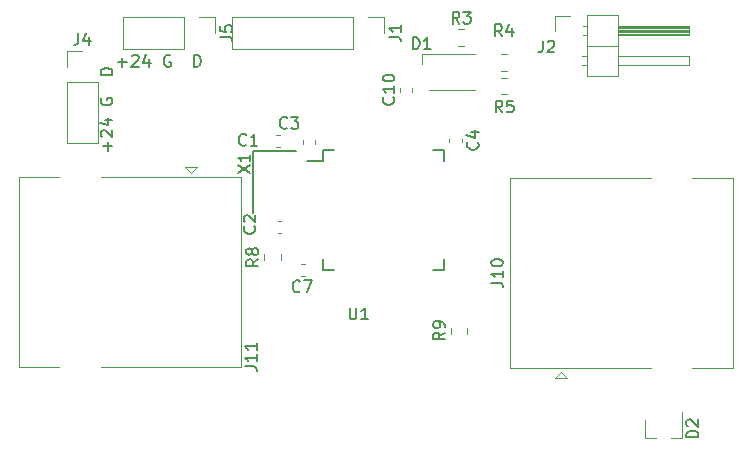
<source format=gbr>
G04 #@! TF.GenerationSoftware,KiCad,Pcbnew,(5.1.0)-1*
G04 #@! TF.CreationDate,2020-04-24T14:50:20+08:00*
G04 #@! TF.ProjectId,rs485_for_servo,72733438-355f-4666-9f72-5f736572766f,rev?*
G04 #@! TF.SameCoordinates,Original*
G04 #@! TF.FileFunction,Legend,Top*
G04 #@! TF.FilePolarity,Positive*
%FSLAX46Y46*%
G04 Gerber Fmt 4.6, Leading zero omitted, Abs format (unit mm)*
G04 Created by KiCad (PCBNEW (5.1.0)-1) date 2020-04-24 14:50:20*
%MOMM*%
%LPD*%
G04 APERTURE LIST*
%ADD10C,0.150000*%
%ADD11C,0.200000*%
%ADD12C,0.120000*%
G04 APERTURE END LIST*
D10*
X82571428Y-30676190D02*
X82571428Y-29914285D01*
X82952380Y-30295238D02*
X82190476Y-30295238D01*
X82047619Y-29485714D02*
X82000000Y-29438095D01*
X81952380Y-29342857D01*
X81952380Y-29104761D01*
X82000000Y-29009523D01*
X82047619Y-28961904D01*
X82142857Y-28914285D01*
X82238095Y-28914285D01*
X82380952Y-28961904D01*
X82952380Y-29533333D01*
X82952380Y-28914285D01*
X82285714Y-28057142D02*
X82952380Y-28057142D01*
X81904761Y-28295238D02*
X82619047Y-28533333D01*
X82619047Y-27914285D01*
X82000000Y-26247619D02*
X81952380Y-26342857D01*
X81952380Y-26485714D01*
X82000000Y-26628571D01*
X82095238Y-26723809D01*
X82190476Y-26771428D01*
X82380952Y-26819047D01*
X82523809Y-26819047D01*
X82714285Y-26771428D01*
X82809523Y-26723809D01*
X82904761Y-26628571D01*
X82952380Y-26485714D01*
X82952380Y-26390476D01*
X82904761Y-26247619D01*
X82857142Y-26200000D01*
X82523809Y-26200000D01*
X82523809Y-26390476D01*
X82952380Y-24247619D02*
X81952380Y-24247619D01*
X81952380Y-24009523D01*
X82000000Y-23866666D01*
X82095238Y-23771428D01*
X82190476Y-23723809D01*
X82380952Y-23676190D01*
X82523809Y-23676190D01*
X82714285Y-23723809D01*
X82809523Y-23771428D01*
X82904761Y-23866666D01*
X82952380Y-24009523D01*
X82952380Y-24247619D01*
X83423809Y-23171428D02*
X84185714Y-23171428D01*
X83804761Y-23552380D02*
X83804761Y-22790476D01*
X84614285Y-22647619D02*
X84661904Y-22600000D01*
X84757142Y-22552380D01*
X84995238Y-22552380D01*
X85090476Y-22600000D01*
X85138095Y-22647619D01*
X85185714Y-22742857D01*
X85185714Y-22838095D01*
X85138095Y-22980952D01*
X84566666Y-23552380D01*
X85185714Y-23552380D01*
X86042857Y-22885714D02*
X86042857Y-23552380D01*
X85804761Y-22504761D02*
X85566666Y-23219047D01*
X86185714Y-23219047D01*
X87852380Y-22600000D02*
X87757142Y-22552380D01*
X87614285Y-22552380D01*
X87471428Y-22600000D01*
X87376190Y-22695238D01*
X87328571Y-22790476D01*
X87280952Y-22980952D01*
X87280952Y-23123809D01*
X87328571Y-23314285D01*
X87376190Y-23409523D01*
X87471428Y-23504761D01*
X87614285Y-23552380D01*
X87709523Y-23552380D01*
X87852380Y-23504761D01*
X87900000Y-23457142D01*
X87900000Y-23123809D01*
X87709523Y-23123809D01*
X89852380Y-23552380D02*
X89852380Y-22552380D01*
X90090476Y-22552380D01*
X90233333Y-22600000D01*
X90328571Y-22695238D01*
X90376190Y-22790476D01*
X90423809Y-22980952D01*
X90423809Y-23123809D01*
X90376190Y-23314285D01*
X90328571Y-23409523D01*
X90233333Y-23504761D01*
X90090476Y-23552380D01*
X89852380Y-23552380D01*
D11*
X98528000Y-30666000D02*
X94828000Y-30666000D01*
X94828000Y-30666000D02*
X94828000Y-35966000D01*
X100790000Y-31540000D02*
X99450000Y-31540000D01*
X100790000Y-30590000D02*
X100790000Y-31540000D01*
X101740000Y-30590000D02*
X100790000Y-30590000D01*
X111010000Y-30590000D02*
X111010000Y-31540000D01*
X110060000Y-30590000D02*
X111010000Y-30590000D01*
X100790000Y-40810000D02*
X100790000Y-39860000D01*
X101740000Y-40810000D02*
X100790000Y-40810000D01*
X111010000Y-40810000D02*
X111010000Y-39860000D01*
X110060000Y-40810000D02*
X111010000Y-40810000D01*
D12*
X109750000Y-25500000D02*
X113650000Y-25500000D01*
X109199956Y-22500000D02*
X113650000Y-22500000D01*
X109200000Y-23300000D02*
X109200000Y-22500000D01*
X97162779Y-29320000D02*
X96837221Y-29320000D01*
X97162779Y-30340000D02*
X96837221Y-30340000D01*
X97262779Y-36590000D02*
X96937221Y-36590000D01*
X97262779Y-37610000D02*
X96937221Y-37610000D01*
X105930000Y-19370000D02*
X105930000Y-20700000D01*
X104600000Y-19370000D02*
X105930000Y-19370000D01*
X103330000Y-19370000D02*
X103330000Y-22030000D01*
X103330000Y-22030000D02*
X93110000Y-22030000D01*
X103330000Y-19370000D02*
X93110000Y-19370000D01*
X93110000Y-19370000D02*
X93110000Y-22030000D01*
X120430000Y-19230000D02*
X121700000Y-19230000D01*
X120430000Y-20500000D02*
X120430000Y-19230000D01*
X122742929Y-23420000D02*
X123140000Y-23420000D01*
X122742929Y-22660000D02*
X123140000Y-22660000D01*
X131800000Y-23420000D02*
X125800000Y-23420000D01*
X131800000Y-22660000D02*
X131800000Y-23420000D01*
X125800000Y-22660000D02*
X131800000Y-22660000D01*
X123140000Y-21770000D02*
X125800000Y-21770000D01*
X122810000Y-20880000D02*
X123140000Y-20880000D01*
X122810000Y-20120000D02*
X123140000Y-20120000D01*
X125800000Y-20780000D02*
X131800000Y-20780000D01*
X125800000Y-20660000D02*
X131800000Y-20660000D01*
X125800000Y-20540000D02*
X131800000Y-20540000D01*
X125800000Y-20420000D02*
X131800000Y-20420000D01*
X125800000Y-20300000D02*
X131800000Y-20300000D01*
X125800000Y-20180000D02*
X131800000Y-20180000D01*
X131800000Y-20880000D02*
X125800000Y-20880000D01*
X131800000Y-20120000D02*
X131800000Y-20880000D01*
X125800000Y-20120000D02*
X131800000Y-20120000D01*
X125800000Y-19170000D02*
X123140000Y-19170000D01*
X125800000Y-24370000D02*
X125800000Y-19170000D01*
X123140000Y-24370000D02*
X125800000Y-24370000D01*
X123140000Y-19170000D02*
X123140000Y-24370000D01*
X112241422Y-21810000D02*
X112758578Y-21810000D01*
X112241422Y-20390000D02*
X112758578Y-20390000D01*
X115841422Y-23910000D02*
X116358578Y-23910000D01*
X115841422Y-22490000D02*
X116358578Y-22490000D01*
X115841422Y-25910000D02*
X116358578Y-25910000D01*
X115841422Y-24490000D02*
X116358578Y-24490000D01*
X97210000Y-39958578D02*
X97210000Y-39441422D01*
X95790000Y-39958578D02*
X95790000Y-39441422D01*
X128020000Y-54960000D02*
X128020000Y-53500000D01*
X131180000Y-54960000D02*
X131180000Y-52800000D01*
X131180000Y-54960000D02*
X130250000Y-54960000D01*
X128020000Y-54960000D02*
X128950000Y-54960000D01*
X132054000Y-49031000D02*
X135494000Y-49031000D01*
X121412000Y-49907000D02*
X120904000Y-49399000D01*
X120396000Y-49907000D02*
X121412000Y-49907000D01*
X120904000Y-49399000D02*
X120396000Y-49907000D01*
X132054000Y-33011000D02*
X135494000Y-33011000D01*
X135494000Y-33011000D02*
X135494000Y-49031000D01*
X116624000Y-49031000D02*
X128554000Y-49031000D01*
X116624000Y-33011000D02*
X116624000Y-49031000D01*
X116624000Y-33011000D02*
X128554000Y-33011000D01*
X113010000Y-46161252D02*
X113010000Y-45638748D01*
X111590000Y-46161252D02*
X111590000Y-45638748D01*
X100110000Y-30062779D02*
X100110000Y-29737221D01*
X99090000Y-30062779D02*
X99090000Y-29737221D01*
X111490000Y-29637221D02*
X111490000Y-29962779D01*
X112510000Y-29637221D02*
X112510000Y-29962779D01*
X98937221Y-41310000D02*
X99262779Y-41310000D01*
X98937221Y-40290000D02*
X99262779Y-40290000D01*
X78450000Y-32935000D02*
X75010000Y-32935000D01*
X89092000Y-32059000D02*
X89600000Y-32567000D01*
X90108000Y-32059000D02*
X89092000Y-32059000D01*
X89600000Y-32567000D02*
X90108000Y-32059000D01*
X78450000Y-48955000D02*
X75010000Y-48955000D01*
X75010000Y-48955000D02*
X75010000Y-32935000D01*
X93880000Y-32935000D02*
X81950000Y-32935000D01*
X93880000Y-48955000D02*
X93880000Y-32935000D01*
X93880000Y-48955000D02*
X81950000Y-48955000D01*
X108310000Y-25671267D02*
X108310000Y-25328733D01*
X107290000Y-25671267D02*
X107290000Y-25328733D01*
X79070000Y-22270000D02*
X80400000Y-22270000D01*
X79070000Y-23600000D02*
X79070000Y-22270000D01*
X79070000Y-24870000D02*
X81730000Y-24870000D01*
X81730000Y-24870000D02*
X81730000Y-30010000D01*
X79070000Y-24870000D02*
X79070000Y-30010000D01*
X79070000Y-30010000D02*
X81730000Y-30010000D01*
X91630000Y-19370000D02*
X91630000Y-20700000D01*
X90300000Y-19370000D02*
X91630000Y-19370000D01*
X89030000Y-19370000D02*
X89030000Y-22030000D01*
X89030000Y-22030000D02*
X83890000Y-22030000D01*
X89030000Y-19370000D02*
X83890000Y-19370000D01*
X83890000Y-19370000D02*
X83890000Y-22030000D01*
D10*
X93582380Y-32569523D02*
X94582380Y-31902857D01*
X93582380Y-31902857D02*
X94582380Y-32569523D01*
X94582380Y-30998095D02*
X94582380Y-31569523D01*
X94582380Y-31283809D02*
X93582380Y-31283809D01*
X93725238Y-31379047D01*
X93820476Y-31474285D01*
X93868095Y-31569523D01*
X103038095Y-43952380D02*
X103038095Y-44761904D01*
X103085714Y-44857142D01*
X103133333Y-44904761D01*
X103228571Y-44952380D01*
X103419047Y-44952380D01*
X103514285Y-44904761D01*
X103561904Y-44857142D01*
X103609523Y-44761904D01*
X103609523Y-43952380D01*
X104609523Y-44952380D02*
X104038095Y-44952380D01*
X104323809Y-44952380D02*
X104323809Y-43952380D01*
X104228571Y-44095238D01*
X104133333Y-44190476D01*
X104038095Y-44238095D01*
X108381904Y-22082380D02*
X108381904Y-21082380D01*
X108620000Y-21082380D01*
X108762857Y-21130000D01*
X108858095Y-21225238D01*
X108905714Y-21320476D01*
X108953333Y-21510952D01*
X108953333Y-21653809D01*
X108905714Y-21844285D01*
X108858095Y-21939523D01*
X108762857Y-22034761D01*
X108620000Y-22082380D01*
X108381904Y-22082380D01*
X109905714Y-22082380D02*
X109334285Y-22082380D01*
X109620000Y-22082380D02*
X109620000Y-21082380D01*
X109524761Y-21225238D01*
X109429523Y-21320476D01*
X109334285Y-21368095D01*
X94273333Y-30147142D02*
X94225714Y-30194761D01*
X94082857Y-30242380D01*
X93987619Y-30242380D01*
X93844761Y-30194761D01*
X93749523Y-30099523D01*
X93701904Y-30004285D01*
X93654285Y-29813809D01*
X93654285Y-29670952D01*
X93701904Y-29480476D01*
X93749523Y-29385238D01*
X93844761Y-29290000D01*
X93987619Y-29242380D01*
X94082857Y-29242380D01*
X94225714Y-29290000D01*
X94273333Y-29337619D01*
X95225714Y-30242380D02*
X94654285Y-30242380D01*
X94940000Y-30242380D02*
X94940000Y-29242380D01*
X94844761Y-29385238D01*
X94749523Y-29480476D01*
X94654285Y-29528095D01*
X94957142Y-37066666D02*
X95004761Y-37114285D01*
X95052380Y-37257142D01*
X95052380Y-37352380D01*
X95004761Y-37495238D01*
X94909523Y-37590476D01*
X94814285Y-37638095D01*
X94623809Y-37685714D01*
X94480952Y-37685714D01*
X94290476Y-37638095D01*
X94195238Y-37590476D01*
X94100000Y-37495238D01*
X94052380Y-37352380D01*
X94052380Y-37257142D01*
X94100000Y-37114285D01*
X94147619Y-37066666D01*
X94147619Y-36685714D02*
X94100000Y-36638095D01*
X94052380Y-36542857D01*
X94052380Y-36304761D01*
X94100000Y-36209523D01*
X94147619Y-36161904D01*
X94242857Y-36114285D01*
X94338095Y-36114285D01*
X94480952Y-36161904D01*
X95052380Y-36733333D01*
X95052380Y-36114285D01*
X106382380Y-21033333D02*
X107096666Y-21033333D01*
X107239523Y-21080952D01*
X107334761Y-21176190D01*
X107382380Y-21319047D01*
X107382380Y-21414285D01*
X107382380Y-20033333D02*
X107382380Y-20604761D01*
X107382380Y-20319047D02*
X106382380Y-20319047D01*
X106525238Y-20414285D01*
X106620476Y-20509523D01*
X106668095Y-20604761D01*
X119366666Y-21352380D02*
X119366666Y-22066666D01*
X119319047Y-22209523D01*
X119223809Y-22304761D01*
X119080952Y-22352380D01*
X118985714Y-22352380D01*
X119795238Y-21447619D02*
X119842857Y-21400000D01*
X119938095Y-21352380D01*
X120176190Y-21352380D01*
X120271428Y-21400000D01*
X120319047Y-21447619D01*
X120366666Y-21542857D01*
X120366666Y-21638095D01*
X120319047Y-21780952D01*
X119747619Y-22352380D01*
X120366666Y-22352380D01*
X112333333Y-19902380D02*
X112000000Y-19426190D01*
X111761904Y-19902380D02*
X111761904Y-18902380D01*
X112142857Y-18902380D01*
X112238095Y-18950000D01*
X112285714Y-18997619D01*
X112333333Y-19092857D01*
X112333333Y-19235714D01*
X112285714Y-19330952D01*
X112238095Y-19378571D01*
X112142857Y-19426190D01*
X111761904Y-19426190D01*
X112666666Y-18902380D02*
X113285714Y-18902380D01*
X112952380Y-19283333D01*
X113095238Y-19283333D01*
X113190476Y-19330952D01*
X113238095Y-19378571D01*
X113285714Y-19473809D01*
X113285714Y-19711904D01*
X113238095Y-19807142D01*
X113190476Y-19854761D01*
X113095238Y-19902380D01*
X112809523Y-19902380D01*
X112714285Y-19854761D01*
X112666666Y-19807142D01*
X115923333Y-20982380D02*
X115590000Y-20506190D01*
X115351904Y-20982380D02*
X115351904Y-19982380D01*
X115732857Y-19982380D01*
X115828095Y-20030000D01*
X115875714Y-20077619D01*
X115923333Y-20172857D01*
X115923333Y-20315714D01*
X115875714Y-20410952D01*
X115828095Y-20458571D01*
X115732857Y-20506190D01*
X115351904Y-20506190D01*
X116780476Y-20315714D02*
X116780476Y-20982380D01*
X116542380Y-19934761D02*
X116304285Y-20649047D01*
X116923333Y-20649047D01*
X115963333Y-27422380D02*
X115630000Y-26946190D01*
X115391904Y-27422380D02*
X115391904Y-26422380D01*
X115772857Y-26422380D01*
X115868095Y-26470000D01*
X115915714Y-26517619D01*
X115963333Y-26612857D01*
X115963333Y-26755714D01*
X115915714Y-26850952D01*
X115868095Y-26898571D01*
X115772857Y-26946190D01*
X115391904Y-26946190D01*
X116868095Y-26422380D02*
X116391904Y-26422380D01*
X116344285Y-26898571D01*
X116391904Y-26850952D01*
X116487142Y-26803333D01*
X116725238Y-26803333D01*
X116820476Y-26850952D01*
X116868095Y-26898571D01*
X116915714Y-26993809D01*
X116915714Y-27231904D01*
X116868095Y-27327142D01*
X116820476Y-27374761D01*
X116725238Y-27422380D01*
X116487142Y-27422380D01*
X116391904Y-27374761D01*
X116344285Y-27327142D01*
X95302380Y-39866666D02*
X94826190Y-40200000D01*
X95302380Y-40438095D02*
X94302380Y-40438095D01*
X94302380Y-40057142D01*
X94350000Y-39961904D01*
X94397619Y-39914285D01*
X94492857Y-39866666D01*
X94635714Y-39866666D01*
X94730952Y-39914285D01*
X94778571Y-39961904D01*
X94826190Y-40057142D01*
X94826190Y-40438095D01*
X94730952Y-39295238D02*
X94683333Y-39390476D01*
X94635714Y-39438095D01*
X94540476Y-39485714D01*
X94492857Y-39485714D01*
X94397619Y-39438095D01*
X94350000Y-39390476D01*
X94302380Y-39295238D01*
X94302380Y-39104761D01*
X94350000Y-39009523D01*
X94397619Y-38961904D01*
X94492857Y-38914285D01*
X94540476Y-38914285D01*
X94635714Y-38961904D01*
X94683333Y-39009523D01*
X94730952Y-39104761D01*
X94730952Y-39295238D01*
X94778571Y-39390476D01*
X94826190Y-39438095D01*
X94921428Y-39485714D01*
X95111904Y-39485714D01*
X95207142Y-39438095D01*
X95254761Y-39390476D01*
X95302380Y-39295238D01*
X95302380Y-39104761D01*
X95254761Y-39009523D01*
X95207142Y-38961904D01*
X95111904Y-38914285D01*
X94921428Y-38914285D01*
X94826190Y-38961904D01*
X94778571Y-39009523D01*
X94730952Y-39104761D01*
X132552380Y-54938095D02*
X131552380Y-54938095D01*
X131552380Y-54700000D01*
X131600000Y-54557142D01*
X131695238Y-54461904D01*
X131790476Y-54414285D01*
X131980952Y-54366666D01*
X132123809Y-54366666D01*
X132314285Y-54414285D01*
X132409523Y-54461904D01*
X132504761Y-54557142D01*
X132552380Y-54700000D01*
X132552380Y-54938095D01*
X131647619Y-53985714D02*
X131600000Y-53938095D01*
X131552380Y-53842857D01*
X131552380Y-53604761D01*
X131600000Y-53509523D01*
X131647619Y-53461904D01*
X131742857Y-53414285D01*
X131838095Y-53414285D01*
X131980952Y-53461904D01*
X132552380Y-54033333D01*
X132552380Y-53414285D01*
X115016380Y-41830523D02*
X115730666Y-41830523D01*
X115873523Y-41878142D01*
X115968761Y-41973380D01*
X116016380Y-42116238D01*
X116016380Y-42211476D01*
X116016380Y-40830523D02*
X116016380Y-41401952D01*
X116016380Y-41116238D02*
X115016380Y-41116238D01*
X115159238Y-41211476D01*
X115254476Y-41306714D01*
X115302095Y-41401952D01*
X115016380Y-40211476D02*
X115016380Y-40116238D01*
X115064000Y-40021000D01*
X115111619Y-39973380D01*
X115206857Y-39925761D01*
X115397333Y-39878142D01*
X115635428Y-39878142D01*
X115825904Y-39925761D01*
X115921142Y-39973380D01*
X115968761Y-40021000D01*
X116016380Y-40116238D01*
X116016380Y-40211476D01*
X115968761Y-40306714D01*
X115921142Y-40354333D01*
X115825904Y-40401952D01*
X115635428Y-40449571D01*
X115397333Y-40449571D01*
X115206857Y-40401952D01*
X115111619Y-40354333D01*
X115064000Y-40306714D01*
X115016380Y-40211476D01*
X111102380Y-46066666D02*
X110626190Y-46400000D01*
X111102380Y-46638095D02*
X110102380Y-46638095D01*
X110102380Y-46257142D01*
X110150000Y-46161904D01*
X110197619Y-46114285D01*
X110292857Y-46066666D01*
X110435714Y-46066666D01*
X110530952Y-46114285D01*
X110578571Y-46161904D01*
X110626190Y-46257142D01*
X110626190Y-46638095D01*
X111102380Y-45590476D02*
X111102380Y-45400000D01*
X111054761Y-45304761D01*
X111007142Y-45257142D01*
X110864285Y-45161904D01*
X110673809Y-45114285D01*
X110292857Y-45114285D01*
X110197619Y-45161904D01*
X110150000Y-45209523D01*
X110102380Y-45304761D01*
X110102380Y-45495238D01*
X110150000Y-45590476D01*
X110197619Y-45638095D01*
X110292857Y-45685714D01*
X110530952Y-45685714D01*
X110626190Y-45638095D01*
X110673809Y-45590476D01*
X110721428Y-45495238D01*
X110721428Y-45304761D01*
X110673809Y-45209523D01*
X110626190Y-45161904D01*
X110530952Y-45114285D01*
X97753333Y-28707142D02*
X97705714Y-28754761D01*
X97562857Y-28802380D01*
X97467619Y-28802380D01*
X97324761Y-28754761D01*
X97229523Y-28659523D01*
X97181904Y-28564285D01*
X97134285Y-28373809D01*
X97134285Y-28230952D01*
X97181904Y-28040476D01*
X97229523Y-27945238D01*
X97324761Y-27850000D01*
X97467619Y-27802380D01*
X97562857Y-27802380D01*
X97705714Y-27850000D01*
X97753333Y-27897619D01*
X98086666Y-27802380D02*
X98705714Y-27802380D01*
X98372380Y-28183333D01*
X98515238Y-28183333D01*
X98610476Y-28230952D01*
X98658095Y-28278571D01*
X98705714Y-28373809D01*
X98705714Y-28611904D01*
X98658095Y-28707142D01*
X98610476Y-28754761D01*
X98515238Y-28802380D01*
X98229523Y-28802380D01*
X98134285Y-28754761D01*
X98086666Y-28707142D01*
X113867142Y-29956666D02*
X113914761Y-30004285D01*
X113962380Y-30147142D01*
X113962380Y-30242380D01*
X113914761Y-30385238D01*
X113819523Y-30480476D01*
X113724285Y-30528095D01*
X113533809Y-30575714D01*
X113390952Y-30575714D01*
X113200476Y-30528095D01*
X113105238Y-30480476D01*
X113010000Y-30385238D01*
X112962380Y-30242380D01*
X112962380Y-30147142D01*
X113010000Y-30004285D01*
X113057619Y-29956666D01*
X113295714Y-29099523D02*
X113962380Y-29099523D01*
X112914761Y-29337619D02*
X113629047Y-29575714D01*
X113629047Y-28956666D01*
X98833333Y-42557142D02*
X98785714Y-42604761D01*
X98642857Y-42652380D01*
X98547619Y-42652380D01*
X98404761Y-42604761D01*
X98309523Y-42509523D01*
X98261904Y-42414285D01*
X98214285Y-42223809D01*
X98214285Y-42080952D01*
X98261904Y-41890476D01*
X98309523Y-41795238D01*
X98404761Y-41700000D01*
X98547619Y-41652380D01*
X98642857Y-41652380D01*
X98785714Y-41700000D01*
X98833333Y-41747619D01*
X99166666Y-41652380D02*
X99833333Y-41652380D01*
X99404761Y-42652380D01*
X94152380Y-48909523D02*
X94866666Y-48909523D01*
X95009523Y-48957142D01*
X95104761Y-49052380D01*
X95152380Y-49195238D01*
X95152380Y-49290476D01*
X95152380Y-47909523D02*
X95152380Y-48480952D01*
X95152380Y-48195238D02*
X94152380Y-48195238D01*
X94295238Y-48290476D01*
X94390476Y-48385714D01*
X94438095Y-48480952D01*
X95152380Y-46957142D02*
X95152380Y-47528571D01*
X95152380Y-47242857D02*
X94152380Y-47242857D01*
X94295238Y-47338095D01*
X94390476Y-47433333D01*
X94438095Y-47528571D01*
X106727142Y-26142857D02*
X106774761Y-26190476D01*
X106822380Y-26333333D01*
X106822380Y-26428571D01*
X106774761Y-26571428D01*
X106679523Y-26666666D01*
X106584285Y-26714285D01*
X106393809Y-26761904D01*
X106250952Y-26761904D01*
X106060476Y-26714285D01*
X105965238Y-26666666D01*
X105870000Y-26571428D01*
X105822380Y-26428571D01*
X105822380Y-26333333D01*
X105870000Y-26190476D01*
X105917619Y-26142857D01*
X106822380Y-25190476D02*
X106822380Y-25761904D01*
X106822380Y-25476190D02*
X105822380Y-25476190D01*
X105965238Y-25571428D01*
X106060476Y-25666666D01*
X106108095Y-25761904D01*
X105822380Y-24571428D02*
X105822380Y-24476190D01*
X105870000Y-24380952D01*
X105917619Y-24333333D01*
X106012857Y-24285714D01*
X106203333Y-24238095D01*
X106441428Y-24238095D01*
X106631904Y-24285714D01*
X106727142Y-24333333D01*
X106774761Y-24380952D01*
X106822380Y-24476190D01*
X106822380Y-24571428D01*
X106774761Y-24666666D01*
X106727142Y-24714285D01*
X106631904Y-24761904D01*
X106441428Y-24809523D01*
X106203333Y-24809523D01*
X106012857Y-24761904D01*
X105917619Y-24714285D01*
X105870000Y-24666666D01*
X105822380Y-24571428D01*
X80066666Y-20722380D02*
X80066666Y-21436666D01*
X80019047Y-21579523D01*
X79923809Y-21674761D01*
X79780952Y-21722380D01*
X79685714Y-21722380D01*
X80971428Y-21055714D02*
X80971428Y-21722380D01*
X80733333Y-20674761D02*
X80495238Y-21389047D01*
X81114285Y-21389047D01*
X92082380Y-21033333D02*
X92796666Y-21033333D01*
X92939523Y-21080952D01*
X93034761Y-21176190D01*
X93082380Y-21319047D01*
X93082380Y-21414285D01*
X92082380Y-20080952D02*
X92082380Y-20557142D01*
X92558571Y-20604761D01*
X92510952Y-20557142D01*
X92463333Y-20461904D01*
X92463333Y-20223809D01*
X92510952Y-20128571D01*
X92558571Y-20080952D01*
X92653809Y-20033333D01*
X92891904Y-20033333D01*
X92987142Y-20080952D01*
X93034761Y-20128571D01*
X93082380Y-20223809D01*
X93082380Y-20461904D01*
X93034761Y-20557142D01*
X92987142Y-20604761D01*
M02*

</source>
